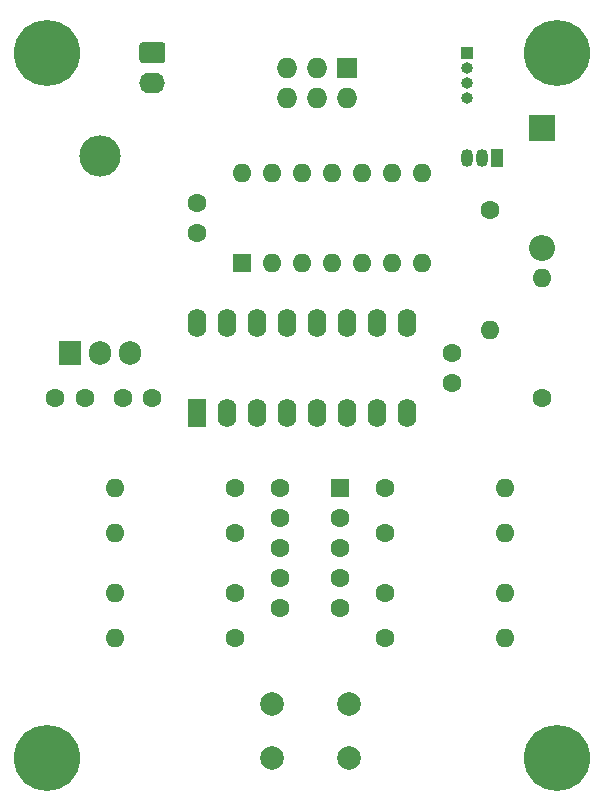
<source format=gbs>
G04 #@! TF.GenerationSoftware,KiCad,Pcbnew,5.1.2-f72e74a~84~ubuntu18.04.1*
G04 #@! TF.CreationDate,2019-06-13T20:11:50+02:00*
G04 #@! TF.ProjectId,cpu_luefter_ansteuerung,6370755f-6c75-4656-9674-65725f616e73,rev?*
G04 #@! TF.SameCoordinates,Original*
G04 #@! TF.FileFunction,Soldermask,Bot*
G04 #@! TF.FilePolarity,Negative*
%FSLAX46Y46*%
G04 Gerber Fmt 4.6, Leading zero omitted, Abs format (unit mm)*
G04 Created by KiCad (PCBNEW 5.1.2-f72e74a~84~ubuntu18.04.1) date 2019-06-13 20:11:50*
%MOMM*%
%LPD*%
G04 APERTURE LIST*
%ADD10R,1.600000X1.600000*%
%ADD11C,1.600000*%
%ADD12C,2.000000*%
%ADD13C,5.600000*%
%ADD14R,2.200000X2.200000*%
%ADD15O,2.200000X2.200000*%
%ADD16C,0.100000*%
%ADD17C,1.740000*%
%ADD18O,2.200000X1.740000*%
%ADD19R,1.727200X1.727200*%
%ADD20O,1.727200X1.727200*%
%ADD21R,1.000000X1.000000*%
%ADD22O,1.000000X1.000000*%
%ADD23O,1.050000X1.500000*%
%ADD24R,1.050000X1.500000*%
%ADD25O,1.600000X1.600000*%
%ADD26O,3.500000X3.500000*%
%ADD27R,1.905000X2.000000*%
%ADD28O,1.905000X2.000000*%
%ADD29R,1.600000X2.400000*%
%ADD30O,1.600000X2.400000*%
G04 APERTURE END LIST*
D10*
X130175000Y-113030000D03*
D11*
X130175000Y-115570000D03*
X130175000Y-118110000D03*
X130175000Y-120650000D03*
X130175000Y-123190000D03*
X125095000Y-123190000D03*
X125095000Y-120650000D03*
X125095000Y-118110000D03*
X125095000Y-115570000D03*
X125095000Y-113030000D03*
D12*
X124460000Y-131390000D03*
X124460000Y-135890000D03*
X130960000Y-131390000D03*
X130960000Y-135890000D03*
D13*
X148590000Y-135890000D03*
X105410000Y-135890000D03*
X148590000Y-76200000D03*
X105410000Y-76200000D03*
D11*
X118110000Y-91440000D03*
X118110000Y-88940000D03*
X139700000Y-101640000D03*
X139700000Y-104140000D03*
X111800000Y-105410000D03*
X114300000Y-105410000D03*
X106045000Y-105410000D03*
X108545000Y-105410000D03*
D14*
X147320000Y-82550000D03*
D15*
X147320000Y-92710000D03*
D16*
G36*
X115174505Y-75331204D02*
G01*
X115198773Y-75334804D01*
X115222572Y-75340765D01*
X115245671Y-75349030D01*
X115267850Y-75359520D01*
X115288893Y-75372132D01*
X115308599Y-75386747D01*
X115326777Y-75403223D01*
X115343253Y-75421401D01*
X115357868Y-75441107D01*
X115370480Y-75462150D01*
X115380970Y-75484329D01*
X115389235Y-75507428D01*
X115395196Y-75531227D01*
X115398796Y-75555495D01*
X115400000Y-75579999D01*
X115400000Y-76820001D01*
X115398796Y-76844505D01*
X115395196Y-76868773D01*
X115389235Y-76892572D01*
X115380970Y-76915671D01*
X115370480Y-76937850D01*
X115357868Y-76958893D01*
X115343253Y-76978599D01*
X115326777Y-76996777D01*
X115308599Y-77013253D01*
X115288893Y-77027868D01*
X115267850Y-77040480D01*
X115245671Y-77050970D01*
X115222572Y-77059235D01*
X115198773Y-77065196D01*
X115174505Y-77068796D01*
X115150001Y-77070000D01*
X113449999Y-77070000D01*
X113425495Y-77068796D01*
X113401227Y-77065196D01*
X113377428Y-77059235D01*
X113354329Y-77050970D01*
X113332150Y-77040480D01*
X113311107Y-77027868D01*
X113291401Y-77013253D01*
X113273223Y-76996777D01*
X113256747Y-76978599D01*
X113242132Y-76958893D01*
X113229520Y-76937850D01*
X113219030Y-76915671D01*
X113210765Y-76892572D01*
X113204804Y-76868773D01*
X113201204Y-76844505D01*
X113200000Y-76820001D01*
X113200000Y-75579999D01*
X113201204Y-75555495D01*
X113204804Y-75531227D01*
X113210765Y-75507428D01*
X113219030Y-75484329D01*
X113229520Y-75462150D01*
X113242132Y-75441107D01*
X113256747Y-75421401D01*
X113273223Y-75403223D01*
X113291401Y-75386747D01*
X113311107Y-75372132D01*
X113332150Y-75359520D01*
X113354329Y-75349030D01*
X113377428Y-75340765D01*
X113401227Y-75334804D01*
X113425495Y-75331204D01*
X113449999Y-75330000D01*
X115150001Y-75330000D01*
X115174505Y-75331204D01*
X115174505Y-75331204D01*
G37*
D17*
X114300000Y-76200000D03*
D18*
X114300000Y-78740000D03*
D19*
X130810000Y-77470000D03*
D20*
X130810000Y-80010000D03*
X128270000Y-77470000D03*
X128270000Y-80010000D03*
X125730000Y-77470000D03*
X125730000Y-80010000D03*
D21*
X140970000Y-76200000D03*
D22*
X140970000Y-77470000D03*
X140970000Y-78740000D03*
X140970000Y-80010000D03*
D23*
X142240000Y-85090000D03*
X140970000Y-85090000D03*
D24*
X143510000Y-85090000D03*
D11*
X147320000Y-105410000D03*
D25*
X147320000Y-95250000D03*
X142875000Y-99695000D03*
D11*
X142875000Y-89535000D03*
D25*
X144145000Y-121920000D03*
D11*
X133985000Y-121920000D03*
X133985000Y-125730000D03*
D25*
X144145000Y-125730000D03*
X111125000Y-121920000D03*
D11*
X121285000Y-121920000D03*
X121285000Y-116840000D03*
D25*
X111125000Y-116840000D03*
D11*
X121285000Y-113030000D03*
D25*
X111125000Y-113030000D03*
X144145000Y-116840000D03*
D11*
X133985000Y-116840000D03*
X133985000Y-113030000D03*
D25*
X144145000Y-113030000D03*
X111125000Y-125730000D03*
D11*
X121285000Y-125730000D03*
D26*
X109855000Y-84940000D03*
D27*
X107315000Y-101600000D03*
D28*
X109855000Y-101600000D03*
X112395000Y-101600000D03*
D10*
X121920000Y-93980000D03*
D25*
X137160000Y-86360000D03*
X124460000Y-93980000D03*
X134620000Y-86360000D03*
X127000000Y-93980000D03*
X132080000Y-86360000D03*
X129540000Y-93980000D03*
X129540000Y-86360000D03*
X132080000Y-93980000D03*
X127000000Y-86360000D03*
X134620000Y-93980000D03*
X124460000Y-86360000D03*
X137160000Y-93980000D03*
X121920000Y-86360000D03*
D29*
X118110000Y-106680000D03*
D30*
X135890000Y-99060000D03*
X120650000Y-106680000D03*
X133350000Y-99060000D03*
X123190000Y-106680000D03*
X130810000Y-99060000D03*
X125730000Y-106680000D03*
X128270000Y-99060000D03*
X128270000Y-106680000D03*
X125730000Y-99060000D03*
X130810000Y-106680000D03*
X123190000Y-99060000D03*
X133350000Y-106680000D03*
X120650000Y-99060000D03*
X135890000Y-106680000D03*
X118110000Y-99060000D03*
M02*

</source>
